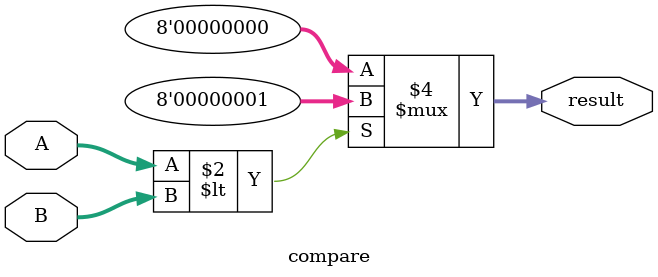
<source format=sv>
module compare #(parameter N=8)(
    input logic signed [N-1:0] A,         // Wejście A (Liczba o N bitach w formacie ze znakiem)
    input logic signed [N-1:0] B,         // Wejście B (Liczba o N bitach w formacie ze znakiem)
    output logic [N-1:0] result           // Wynik porównania A < B
);

always_comb begin
    if( A < B) begin
        result = 'b1;
    end else begin
        result = 'b0;
    end
end

endmodule

</source>
